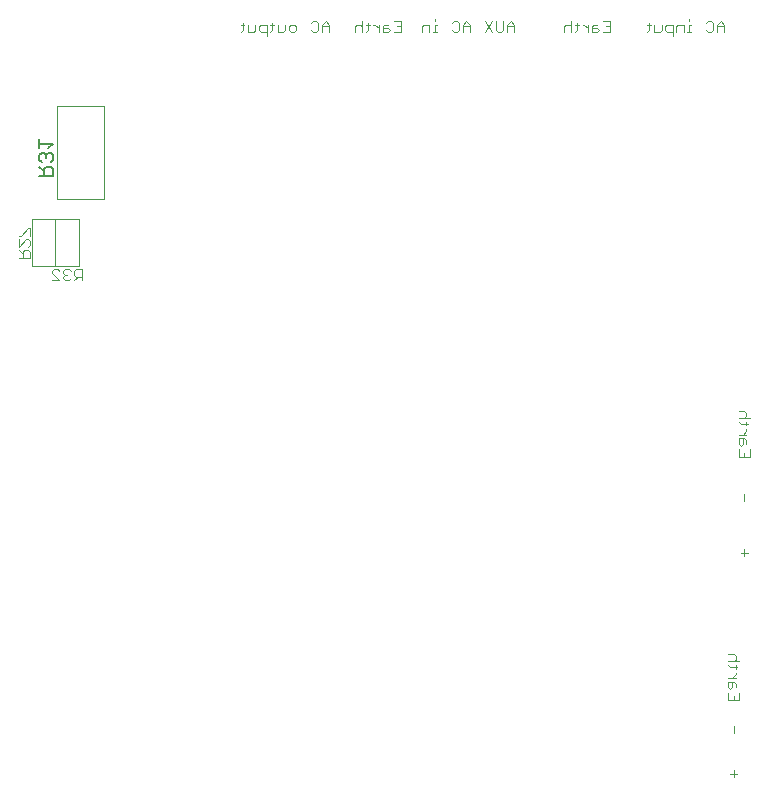
<source format=gbo>
G75*
G70*
%OFA0B0*%
%FSLAX24Y24*%
%IPPOS*%
%LPD*%
%AMOC8*
5,1,8,0,0,1.08239X$1,22.5*
%
%ADD10C,0.0040*%
%ADD11C,0.0050*%
%ADD12C,0.0020*%
D10*
X012245Y026164D02*
X012485Y026164D01*
X012245Y026405D01*
X012245Y026465D01*
X012305Y026525D01*
X012425Y026525D01*
X012485Y026465D01*
X012613Y026465D02*
X012613Y026405D01*
X012673Y026345D01*
X012613Y026285D01*
X012613Y026225D01*
X012673Y026164D01*
X012793Y026164D01*
X012853Y026225D01*
X012981Y026164D02*
X013102Y026285D01*
X013041Y026285D02*
X013222Y026285D01*
X013222Y026164D02*
X013222Y026525D01*
X013041Y026525D01*
X012981Y026465D01*
X012981Y026345D01*
X013041Y026285D01*
X012853Y026465D02*
X012793Y026525D01*
X012673Y026525D01*
X012613Y026465D01*
X012673Y026345D02*
X012733Y026345D01*
X011492Y026914D02*
X011492Y027095D01*
X011432Y027155D01*
X011312Y027155D01*
X011252Y027095D01*
X011252Y026914D01*
X011132Y026914D02*
X011492Y026914D01*
X011252Y027035D02*
X011132Y027155D01*
X011132Y027283D02*
X011372Y027523D01*
X011432Y027523D01*
X011492Y027463D01*
X011492Y027343D01*
X011432Y027283D01*
X011132Y027283D02*
X011132Y027523D01*
X011132Y027651D02*
X011192Y027651D01*
X011432Y027891D01*
X011492Y027891D01*
X011492Y027651D01*
X018529Y034439D02*
X018589Y034500D01*
X018589Y034740D01*
X018649Y034680D02*
X018529Y034680D01*
X018777Y034680D02*
X018777Y034439D01*
X018957Y034439D01*
X019017Y034500D01*
X019017Y034680D01*
X019145Y034620D02*
X019145Y034500D01*
X019205Y034439D01*
X019386Y034439D01*
X019386Y034319D02*
X019386Y034680D01*
X019205Y034680D01*
X019145Y034620D01*
X019511Y034680D02*
X019631Y034680D01*
X019571Y034740D02*
X019571Y034500D01*
X019511Y034439D01*
X019759Y034439D02*
X019759Y034680D01*
X019999Y034680D02*
X019999Y034500D01*
X019939Y034439D01*
X019759Y034439D01*
X020127Y034500D02*
X020127Y034620D01*
X020188Y034680D01*
X020308Y034680D01*
X020368Y034620D01*
X020368Y034500D01*
X020308Y034439D01*
X020188Y034439D01*
X020127Y034500D01*
X020864Y034500D02*
X020924Y034439D01*
X021044Y034439D01*
X021104Y034500D01*
X021104Y034740D01*
X021044Y034800D01*
X020924Y034800D01*
X020864Y034740D01*
X021232Y034680D02*
X021232Y034439D01*
X021232Y034620D02*
X021473Y034620D01*
X021473Y034680D02*
X021353Y034800D01*
X021232Y034680D01*
X021473Y034680D02*
X021473Y034439D01*
X022337Y034439D02*
X022337Y034620D01*
X022397Y034680D01*
X022518Y034680D01*
X022578Y034620D01*
X022703Y034680D02*
X022823Y034680D01*
X022763Y034740D02*
X022763Y034500D01*
X022703Y034439D01*
X022578Y034439D02*
X022578Y034800D01*
X022950Y034680D02*
X023010Y034680D01*
X023130Y034560D01*
X023130Y034680D02*
X023130Y034439D01*
X023258Y034439D02*
X023438Y034439D01*
X023498Y034500D01*
X023438Y034560D01*
X023258Y034560D01*
X023258Y034620D02*
X023258Y034439D01*
X023258Y034620D02*
X023318Y034680D01*
X023438Y034680D01*
X023626Y034800D02*
X023867Y034800D01*
X023867Y034439D01*
X023626Y034439D01*
X023747Y034620D02*
X023867Y034620D01*
X024578Y034620D02*
X024578Y034439D01*
X024578Y034620D02*
X024638Y034680D01*
X024818Y034680D01*
X024818Y034439D01*
X024943Y034439D02*
X025063Y034439D01*
X025003Y034439D02*
X025003Y034680D01*
X025063Y034680D01*
X025003Y034800D02*
X025003Y034860D01*
X025560Y034740D02*
X025620Y034800D01*
X025740Y034800D01*
X025800Y034740D01*
X025800Y034500D01*
X025740Y034439D01*
X025620Y034439D01*
X025560Y034500D01*
X025928Y034439D02*
X025928Y034680D01*
X026048Y034800D01*
X026168Y034680D01*
X026168Y034439D01*
X026168Y034620D02*
X025928Y034620D01*
X026665Y034800D02*
X026905Y034439D01*
X027033Y034500D02*
X027033Y034800D01*
X026905Y034800D02*
X026665Y034439D01*
X027033Y034500D02*
X027093Y034439D01*
X027213Y034439D01*
X027273Y034500D01*
X027273Y034800D01*
X027401Y034680D02*
X027401Y034439D01*
X027401Y034620D02*
X027642Y034620D01*
X027642Y034680D02*
X027522Y034800D01*
X027401Y034680D01*
X027642Y034680D02*
X027642Y034439D01*
X029306Y034439D02*
X029306Y034620D01*
X029367Y034680D01*
X029487Y034680D01*
X029547Y034620D01*
X029672Y034680D02*
X029792Y034680D01*
X029732Y034740D02*
X029732Y034500D01*
X029672Y034439D01*
X029547Y034439D02*
X029547Y034800D01*
X029919Y034680D02*
X029979Y034680D01*
X030099Y034560D01*
X030099Y034680D02*
X030099Y034439D01*
X030227Y034439D02*
X030227Y034620D01*
X030287Y034680D01*
X030407Y034680D01*
X030407Y034560D02*
X030227Y034560D01*
X030227Y034439D02*
X030407Y034439D01*
X030467Y034500D01*
X030407Y034560D01*
X030596Y034439D02*
X030836Y034439D01*
X030836Y034800D01*
X030596Y034800D01*
X030716Y034620D02*
X030836Y034620D01*
X032066Y034680D02*
X032186Y034680D01*
X032126Y034740D02*
X032126Y034500D01*
X032066Y034439D01*
X032314Y034439D02*
X032314Y034680D01*
X032314Y034439D02*
X032495Y034439D01*
X032555Y034500D01*
X032555Y034680D01*
X032683Y034620D02*
X032683Y034500D01*
X032743Y034439D01*
X032923Y034439D01*
X032923Y034319D02*
X032923Y034680D01*
X032743Y034680D01*
X032683Y034620D01*
X033051Y034620D02*
X033051Y034439D01*
X033051Y034620D02*
X033111Y034680D01*
X033291Y034680D01*
X033291Y034439D01*
X033417Y034439D02*
X033537Y034439D01*
X033477Y034439D02*
X033477Y034680D01*
X033537Y034680D01*
X033477Y034800D02*
X033477Y034860D01*
X034033Y034740D02*
X034093Y034800D01*
X034213Y034800D01*
X034273Y034740D01*
X034273Y034500D01*
X034213Y034439D01*
X034093Y034439D01*
X034033Y034500D01*
X034401Y034439D02*
X034401Y034680D01*
X034522Y034800D01*
X034642Y034680D01*
X034642Y034439D01*
X034642Y034620D02*
X034401Y034620D01*
X035132Y021809D02*
X035312Y021809D01*
X035372Y021749D01*
X035372Y021628D01*
X035312Y021568D01*
X035372Y021443D02*
X035372Y021323D01*
X035432Y021383D02*
X035192Y021383D01*
X035132Y021443D01*
X035132Y021568D02*
X035492Y021568D01*
X035372Y021196D02*
X035372Y021136D01*
X035252Y021016D01*
X035132Y021016D02*
X035372Y021016D01*
X035312Y020888D02*
X035132Y020888D01*
X035132Y020708D01*
X035192Y020648D01*
X035252Y020708D01*
X035252Y020888D01*
X035312Y020888D02*
X035372Y020828D01*
X035372Y020708D01*
X035492Y020520D02*
X035492Y020279D01*
X035132Y020279D01*
X035132Y020520D01*
X035312Y020399D02*
X035312Y020279D01*
X035312Y019046D02*
X035312Y018806D01*
X035312Y017205D02*
X035312Y016964D01*
X035432Y017085D02*
X035192Y017085D01*
X034962Y013697D02*
X034782Y013697D01*
X034962Y013697D02*
X035022Y013637D01*
X035022Y013517D01*
X034962Y013457D01*
X035022Y013331D02*
X035022Y013211D01*
X035082Y013271D02*
X034842Y013271D01*
X034782Y013331D01*
X034782Y013457D02*
X035142Y013457D01*
X035022Y013084D02*
X035022Y013024D01*
X034902Y012904D01*
X034782Y012904D02*
X035022Y012904D01*
X034962Y012776D02*
X035022Y012716D01*
X035022Y012596D01*
X034902Y012596D02*
X034902Y012776D01*
X034962Y012776D02*
X034782Y012776D01*
X034782Y012596D01*
X034842Y012536D01*
X034902Y012596D01*
X034782Y012408D02*
X034782Y012168D01*
X035142Y012168D01*
X035142Y012408D01*
X034962Y012288D02*
X034962Y012168D01*
X034962Y011303D02*
X034962Y011063D01*
X034962Y009830D02*
X034962Y009589D01*
X035082Y009710D02*
X034842Y009710D01*
D11*
X012262Y029638D02*
X011812Y029638D01*
X011962Y029638D02*
X011962Y029864D01*
X012037Y029939D01*
X012187Y029939D01*
X012262Y029864D01*
X012262Y029638D01*
X011962Y029788D02*
X011812Y029939D01*
X011887Y030099D02*
X011812Y030174D01*
X011812Y030324D01*
X011887Y030399D01*
X011962Y030399D01*
X012037Y030324D01*
X012037Y030249D01*
X012037Y030324D02*
X012112Y030399D01*
X012187Y030399D01*
X012262Y030324D01*
X012262Y030174D01*
X012187Y030099D01*
X012112Y030559D02*
X012262Y030709D01*
X011812Y030709D01*
X011812Y030559D02*
X011812Y030859D01*
D12*
X012406Y031984D02*
X013967Y031984D01*
X013967Y028855D01*
X012406Y028855D01*
X012406Y031984D01*
X012350Y028196D02*
X013124Y028196D01*
X013124Y026643D01*
X012350Y026643D01*
X012350Y028196D01*
X012349Y028196D02*
X011575Y028196D01*
X011575Y026643D01*
X012349Y026643D01*
X012349Y028196D01*
M02*

</source>
